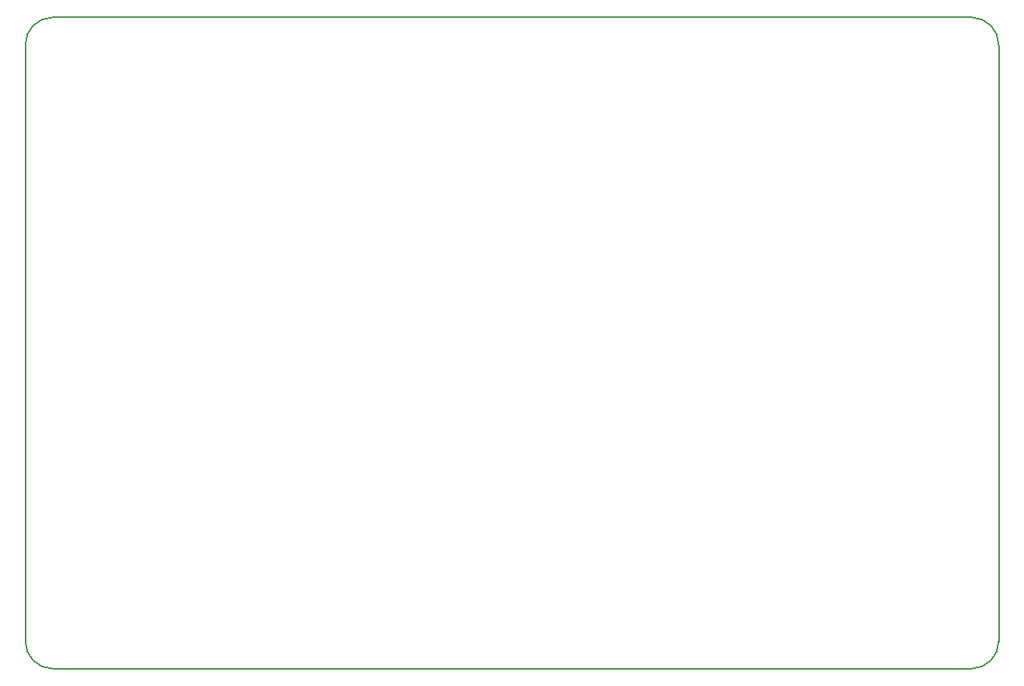
<source format=gm1>
G04*
G04 #@! TF.GenerationSoftware,Altium Limited,Altium Designer,22.7.1 (60)*
G04*
G04 Layer_Color=16711935*
%FSLAX43Y43*%
%MOMM*%
G71*
G04*
G04 #@! TF.SameCoordinates,FFDFB18E-E83D-4000-AC95-9D070D3E5886*
G04*
G04*
G04 #@! TF.FilePolarity,Positive*
G04*
G01*
G75*
%ADD10C,0.200*%
D10*
X156250Y105000D02*
G03*
X153250Y108000I-3000J0D01*
G01*
Y37000D02*
G03*
X156250Y40000I0J3000D01*
G01*
X50250D02*
G03*
X53250Y37000I3000J0D01*
G01*
X53250Y108000D02*
G03*
X50250Y105000I0J-3000D01*
G01*
X156250Y39975D02*
Y105000D01*
X53250Y37000D02*
X153250D01*
X50250Y40000D02*
Y105000D01*
X53250Y108000D02*
X153250D01*
M02*

</source>
